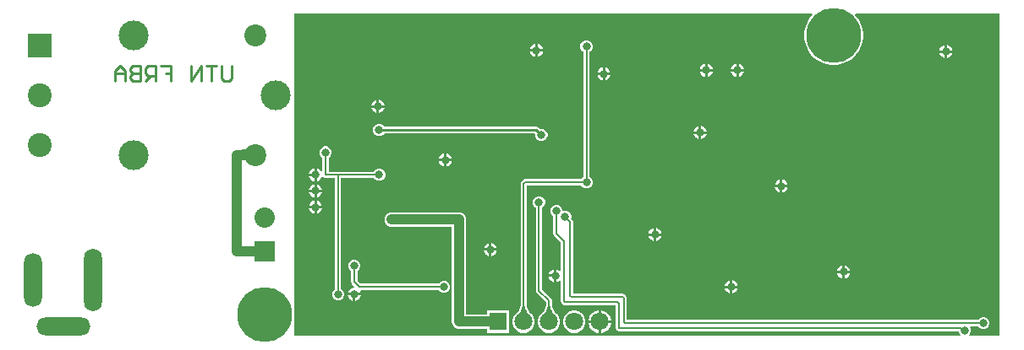
<source format=gbl>
G04*
G04 #@! TF.GenerationSoftware,Altium Limited,Altium Designer,22.8.2 (66)*
G04*
G04 Layer_Physical_Order=2*
G04 Layer_Color=16711680*
%FSLAX25Y25*%
%MOIN*%
G70*
G04*
G04 #@! TF.SameCoordinates,13EA9874-455B-4FA2-A727-6D6EF1C97DE0*
G04*
G04*
G04 #@! TF.FilePolarity,Positive*
G04*
G01*
G75*
%ADD10C,0.01000*%
%ADD63C,0.00800*%
%ADD64C,0.04000*%
%ADD65C,0.00900*%
%ADD71C,0.09449*%
%ADD72R,0.09449X0.09449*%
%ADD73C,0.11811*%
%ADD74C,0.08661*%
%ADD75C,0.08661*%
%ADD76R,0.08000X0.08000*%
%ADD77C,0.08000*%
%ADD78O,0.07087X0.24803*%
%ADD79O,0.07087X0.21260*%
%ADD80O,0.21260X0.07087*%
%ADD81C,0.07087*%
%ADD82R,0.07087X0.07087*%
%ADD83C,0.21654*%
%ADD84C,0.03200*%
G36*
X91076Y72736D02*
X91035Y72749D01*
X90926Y72760D01*
X90502Y72779D01*
X87598Y72803D01*
Y76803D01*
X91076Y76870D01*
Y72736D01*
D02*
G37*
G36*
X314447Y130102D02*
X313966Y129622D01*
X312891Y128141D01*
X312060Y126510D01*
X311494Y124770D01*
X311208Y122962D01*
Y121132D01*
X311494Y119325D01*
X312060Y117584D01*
X312891Y115954D01*
X313966Y114473D01*
X315260Y113179D01*
X316741Y112103D01*
X318372Y111272D01*
X320112Y110707D01*
X321920Y110421D01*
X323750D01*
X325557Y110707D01*
X327298Y111272D01*
X328928Y112103D01*
X330409Y113179D01*
X331703Y114473D01*
X332779Y115954D01*
X333610Y117584D01*
X334175Y119325D01*
X334461Y121132D01*
Y122962D01*
X334175Y124770D01*
X333610Y126510D01*
X332779Y128141D01*
X331703Y129622D01*
X331222Y130102D01*
X331414Y130564D01*
X388287D01*
Y3294D01*
X376490D01*
X376283Y3794D01*
X376542Y4054D01*
X376908Y4936D01*
Y5891D01*
X376596Y6643D01*
X376826Y7143D01*
X379799D01*
X379855Y7007D01*
X380530Y6331D01*
X381412Y5966D01*
X382367D01*
X383249Y6331D01*
X383924Y7007D01*
X384290Y7889D01*
Y8844D01*
X383924Y9726D01*
X383249Y10401D01*
X382367Y10766D01*
X381412D01*
X380530Y10401D01*
X379855Y9726D01*
X379799Y9590D01*
X241381D01*
Y18232D01*
X241288Y18700D01*
X241023Y19097D01*
X240554Y19566D01*
X240157Y19831D01*
X239689Y19924D01*
X220220D01*
Y48228D01*
X220126Y48697D01*
X219861Y49093D01*
X219371Y49584D01*
X219428Y49720D01*
Y50674D01*
X219062Y51556D01*
X218387Y52232D01*
X217505Y52597D01*
X216550D01*
X216398Y52534D01*
X215983Y52812D01*
Y53135D01*
X215617Y54017D01*
X214942Y54692D01*
X214060Y55058D01*
X213105D01*
X212223Y54692D01*
X211548Y54017D01*
X211183Y53135D01*
Y52180D01*
X211548Y51298D01*
X212223Y50623D01*
X212359Y50567D01*
Y43799D01*
X212452Y43331D01*
X212718Y42934D01*
X215312Y40340D01*
Y29230D01*
X214812Y29022D01*
X214687Y29147D01*
X214094Y29490D01*
X213591Y29625D01*
Y27067D01*
Y24509D01*
X214094Y24644D01*
X214687Y24986D01*
X214812Y25111D01*
X215312Y24904D01*
Y17040D01*
X215405Y16572D01*
X215670Y16175D01*
X216139Y15706D01*
X216536Y15441D01*
X217004Y15348D01*
X236965D01*
Y6398D01*
X237059Y5929D01*
X237324Y5533D01*
X237721Y5267D01*
X238189Y5174D01*
X372108D01*
Y4936D01*
X372473Y4054D01*
X372733Y3794D01*
X372526Y3294D01*
X110236Y3294D01*
Y130564D01*
X314256D01*
X314447Y130102D01*
D02*
G37*
%LPC*%
G36*
X206209Y118700D02*
Y116642D01*
X208266D01*
X208132Y117145D01*
X207789Y117738D01*
X207305Y118222D01*
X206712Y118565D01*
X206209Y118700D01*
D02*
G37*
G36*
X205209D02*
X204705Y118565D01*
X204112Y118222D01*
X203628Y117738D01*
X203286Y117145D01*
X203151Y116642D01*
X205209D01*
Y118700D01*
D02*
G37*
G36*
X367626Y118207D02*
Y116150D01*
X369684D01*
X369549Y116653D01*
X369207Y117246D01*
X368722Y117730D01*
X368129Y118072D01*
X367626Y118207D01*
D02*
G37*
G36*
X366626D02*
X366122Y118072D01*
X365529Y117730D01*
X365045Y117246D01*
X364703Y116653D01*
X364568Y116150D01*
X366626D01*
Y118207D01*
D02*
G37*
G36*
X208266Y115642D02*
X206209D01*
Y113584D01*
X206712Y113719D01*
X207305Y114061D01*
X207789Y114545D01*
X208132Y115138D01*
X208266Y115642D01*
D02*
G37*
G36*
X205209D02*
X203151D01*
X203286Y115138D01*
X203628Y114545D01*
X204112Y114061D01*
X204705Y113719D01*
X205209Y113584D01*
Y115642D01*
D02*
G37*
G36*
X369684Y115150D02*
X367626D01*
Y113092D01*
X368129Y113227D01*
X368722Y113569D01*
X369207Y114053D01*
X369549Y114646D01*
X369684Y115150D01*
D02*
G37*
G36*
X366626D02*
X364568D01*
X364703Y114646D01*
X365045Y114053D01*
X365529Y113569D01*
X366122Y113227D01*
X366626Y113092D01*
Y115150D01*
D02*
G37*
G36*
X285441Y110826D02*
Y108768D01*
X287499D01*
X287364Y109271D01*
X287021Y109864D01*
X286537Y110348D01*
X285945Y110690D01*
X285441Y110826D01*
D02*
G37*
G36*
X284441D02*
X283937Y110690D01*
X283345Y110348D01*
X282860Y109864D01*
X282518Y109271D01*
X282383Y108768D01*
X284441D01*
Y110826D01*
D02*
G37*
G36*
X273138D02*
Y108768D01*
X275196D01*
X275061Y109271D01*
X274718Y109864D01*
X274234Y110348D01*
X273641Y110690D01*
X273138Y110826D01*
D02*
G37*
G36*
X272138D02*
X271634Y110690D01*
X271041Y110348D01*
X270557Y109864D01*
X270215Y109271D01*
X270080Y108768D01*
X272138D01*
Y110826D01*
D02*
G37*
G36*
X232784Y109349D02*
Y107291D01*
X234841D01*
X234706Y107795D01*
X234364Y108388D01*
X233880Y108872D01*
X233287Y109214D01*
X232784Y109349D01*
D02*
G37*
G36*
X231784D02*
X231280Y109214D01*
X230687Y108872D01*
X230203Y108388D01*
X229861Y107795D01*
X229726Y107291D01*
X231784D01*
Y109349D01*
D02*
G37*
G36*
X287499Y107768D02*
X285441D01*
Y105710D01*
X285945Y105845D01*
X286537Y106187D01*
X287021Y106671D01*
X287364Y107264D01*
X287499Y107768D01*
D02*
G37*
G36*
X284441D02*
X282383D01*
X282518Y107264D01*
X282860Y106671D01*
X283345Y106187D01*
X283937Y105845D01*
X284441Y105710D01*
Y107768D01*
D02*
G37*
G36*
X275196D02*
X273138D01*
Y105710D01*
X273641Y105845D01*
X274234Y106187D01*
X274718Y106671D01*
X275061Y107264D01*
X275196Y107768D01*
D02*
G37*
G36*
X272138D02*
X270080D01*
X270215Y107264D01*
X270557Y106671D01*
X271041Y106187D01*
X271634Y105845D01*
X272138Y105710D01*
Y107768D01*
D02*
G37*
G36*
X234841Y106291D02*
X232784D01*
Y104234D01*
X233287Y104368D01*
X233880Y104711D01*
X234364Y105195D01*
X234706Y105788D01*
X234841Y106291D01*
D02*
G37*
G36*
X231784D02*
X229726D01*
X229861Y105788D01*
X230203Y105195D01*
X230687Y104711D01*
X231280Y104368D01*
X231784Y104234D01*
Y106291D01*
D02*
G37*
G36*
X143709Y96530D02*
Y94473D01*
X145766D01*
X145632Y94976D01*
X145289Y95569D01*
X144805Y96053D01*
X144212Y96395D01*
X143709Y96530D01*
D02*
G37*
G36*
X142709D02*
X142205Y96395D01*
X141612Y96053D01*
X141128Y95569D01*
X140786Y94976D01*
X140651Y94473D01*
X142709D01*
Y96530D01*
D02*
G37*
G36*
X145766Y93473D02*
X143709D01*
Y91415D01*
X144212Y91550D01*
X144805Y91892D01*
X145289Y92376D01*
X145632Y92969D01*
X145766Y93473D01*
D02*
G37*
G36*
X142709D02*
X140651D01*
X140786Y92969D01*
X141128Y92376D01*
X141612Y91892D01*
X142205Y91550D01*
X142709Y91415D01*
Y93473D01*
D02*
G37*
G36*
X270677Y86219D02*
Y84161D01*
X272735D01*
X272600Y84665D01*
X272258Y85258D01*
X271774Y85742D01*
X271181Y86084D01*
X270677Y86219D01*
D02*
G37*
G36*
X269677D02*
X269174Y86084D01*
X268581Y85742D01*
X268097Y85258D01*
X267754Y84665D01*
X267619Y84161D01*
X269677D01*
Y86219D01*
D02*
G37*
G36*
X272735Y83161D02*
X270677D01*
Y81104D01*
X271181Y81239D01*
X271774Y81581D01*
X272258Y82065D01*
X272600Y82658D01*
X272735Y83161D01*
D02*
G37*
G36*
X269677D02*
X267619D01*
X267754Y82658D01*
X268097Y82065D01*
X268581Y81581D01*
X269174Y81239D01*
X269677Y81104D01*
Y83161D01*
D02*
G37*
G36*
X144178Y87046D02*
X143223D01*
X142341Y86680D01*
X141666Y86005D01*
X141301Y85123D01*
Y84168D01*
X141666Y83286D01*
X142341Y82611D01*
X143223Y82246D01*
X144178D01*
X145060Y82611D01*
X145735Y83286D01*
X145771Y83371D01*
X204826D01*
X205277Y83154D01*
Y82200D01*
X205643Y81318D01*
X206318Y80643D01*
X207200Y80277D01*
X208155D01*
X209037Y80643D01*
X209712Y81318D01*
X210077Y82200D01*
Y83155D01*
X209712Y84037D01*
X209037Y84712D01*
X208155Y85077D01*
X207200D01*
X207115Y85042D01*
X206610Y85547D01*
X206196Y85823D01*
X205709Y85920D01*
X145771D01*
X145735Y86005D01*
X145060Y86680D01*
X144178Y87046D01*
D02*
G37*
G36*
X170283Y75392D02*
Y73335D01*
X172341D01*
X172206Y73838D01*
X171864Y74431D01*
X171380Y74915D01*
X170787Y75257D01*
X170283Y75392D01*
D02*
G37*
G36*
X169283D02*
X168780Y75257D01*
X168187Y74915D01*
X167703Y74431D01*
X167361Y73838D01*
X167226Y73335D01*
X169283D01*
Y75392D01*
D02*
G37*
G36*
X172341Y72335D02*
X170283D01*
Y70277D01*
X170787Y70412D01*
X171380Y70754D01*
X171864Y71238D01*
X172206Y71831D01*
X172341Y72335D01*
D02*
G37*
G36*
X169283D02*
X167226D01*
X167361Y71831D01*
X167703Y71238D01*
X168187Y70754D01*
X168780Y70412D01*
X169283Y70277D01*
Y72335D01*
D02*
G37*
G36*
X123017Y78187D02*
X122062D01*
X121180Y77822D01*
X120505Y77147D01*
X120139Y76265D01*
Y75310D01*
X120505Y74428D01*
X121180Y73753D01*
X121316Y73697D01*
Y68429D01*
X120816Y68295D01*
X120683Y68526D01*
X120199Y69010D01*
X119606Y69352D01*
X119102Y69487D01*
Y66929D01*
Y64371D01*
X119606Y64506D01*
X120199Y64849D01*
X120683Y65333D01*
X121025Y65926D01*
X121065Y66075D01*
X121607Y66165D01*
X121674Y66064D01*
X122071Y65799D01*
X122539Y65706D01*
X126237D01*
Y21776D01*
X126101Y21720D01*
X125426Y21045D01*
X125061Y20162D01*
Y19208D01*
X125426Y18326D01*
X126101Y17650D01*
X126983Y17285D01*
X127938D01*
X128820Y17650D01*
X129495Y18326D01*
X129861Y19208D01*
Y20162D01*
X129495Y21045D01*
X128820Y21720D01*
X128684Y21776D01*
Y65706D01*
X141610D01*
X141666Y65570D01*
X142341Y64894D01*
X143223Y64529D01*
X144178D01*
X145060Y64894D01*
X145735Y65570D01*
X146101Y66452D01*
Y67406D01*
X145735Y68289D01*
X145060Y68964D01*
X144178Y69329D01*
X143223D01*
X142341Y68964D01*
X141666Y68289D01*
X141610Y68153D01*
X123763D01*
Y73697D01*
X123899Y73753D01*
X124574Y74428D01*
X124939Y75310D01*
Y76265D01*
X124574Y77147D01*
X123899Y77822D01*
X123017Y78187D01*
D02*
G37*
G36*
X118102Y69487D02*
X117599Y69352D01*
X117006Y69010D01*
X116522Y68526D01*
X116180Y67933D01*
X116045Y67429D01*
X118102D01*
Y69487D01*
D02*
G37*
G36*
Y66429D02*
X116045D01*
X116180Y65926D01*
X116522Y65333D01*
X117006Y64849D01*
X117599Y64506D01*
X118102Y64371D01*
Y66429D01*
D02*
G37*
G36*
X302665Y65058D02*
Y63000D01*
X304723D01*
X304588Y63504D01*
X304246Y64096D01*
X303762Y64581D01*
X303169Y64923D01*
X302665Y65058D01*
D02*
G37*
G36*
X301665D02*
X301162Y64923D01*
X300569Y64581D01*
X300085Y64096D01*
X299743Y63504D01*
X299608Y63000D01*
X301665D01*
Y65058D01*
D02*
G37*
G36*
X225871Y120018D02*
X224916D01*
X224034Y119653D01*
X223359Y118978D01*
X222994Y118096D01*
Y117141D01*
X223359Y116259D01*
X224034Y115584D01*
X224170Y115527D01*
Y66067D01*
X224034Y66011D01*
X223359Y65336D01*
X223303Y65200D01*
X201099D01*
X200630Y65107D01*
X200233Y64842D01*
X199765Y64373D01*
X199499Y63976D01*
X199406Y63508D01*
Y15753D01*
X199396Y15497D01*
X199342Y15082D01*
X199253Y14675D01*
X199129Y14276D01*
X198968Y13882D01*
X198769Y13492D01*
X198532Y13107D01*
X198255Y12725D01*
X197937Y12346D01*
X197561Y11953D01*
X197523Y11893D01*
X197154Y11525D01*
X196583Y10535D01*
X196287Y9430D01*
Y8286D01*
X196583Y7182D01*
X197154Y6191D01*
X197963Y5383D01*
X198953Y4811D01*
X200058Y4515D01*
X201202D01*
X202306Y4811D01*
X203297Y5383D01*
X204105Y6191D01*
X204677Y7182D01*
X204973Y8286D01*
Y9430D01*
X204677Y10535D01*
X204105Y11525D01*
X203737Y11893D01*
X203699Y11953D01*
X203323Y12346D01*
X203005Y12725D01*
X202728Y13107D01*
X202491Y13492D01*
X202292Y13882D01*
X202131Y14276D01*
X202006Y14675D01*
X201918Y15082D01*
X201864Y15497D01*
X201853Y15753D01*
Y62753D01*
X223303D01*
X223359Y62617D01*
X224034Y61942D01*
X224916Y61576D01*
X225871D01*
X226753Y61942D01*
X227428Y62617D01*
X227794Y63499D01*
Y64454D01*
X227428Y65336D01*
X226753Y66011D01*
X226617Y66067D01*
Y115527D01*
X226753Y115584D01*
X227428Y116259D01*
X227794Y117141D01*
Y118096D01*
X227428Y118978D01*
X226753Y119653D01*
X225871Y120018D01*
D02*
G37*
G36*
X119102Y63089D02*
Y61032D01*
X121160D01*
X121025Y61535D01*
X120683Y62128D01*
X120199Y62612D01*
X119606Y62954D01*
X119102Y63089D01*
D02*
G37*
G36*
X118102D02*
X117599Y62954D01*
X117006Y62612D01*
X116522Y62128D01*
X116180Y61535D01*
X116045Y61032D01*
X118102D01*
Y63089D01*
D02*
G37*
G36*
X304723Y62000D02*
X302665D01*
Y59942D01*
X303169Y60077D01*
X303762Y60419D01*
X304246Y60904D01*
X304588Y61496D01*
X304723Y62000D01*
D02*
G37*
G36*
X301665D02*
X299608D01*
X299743Y61496D01*
X300085Y60904D01*
X300569Y60419D01*
X301162Y60077D01*
X301665Y59942D01*
Y62000D01*
D02*
G37*
G36*
X121160Y60031D02*
X119102D01*
Y57974D01*
X119606Y58109D01*
X120199Y58451D01*
X120683Y58935D01*
X121025Y59528D01*
X121160Y60031D01*
D02*
G37*
G36*
X118102D02*
X116045D01*
X116180Y59528D01*
X116522Y58935D01*
X117006Y58451D01*
X117599Y58109D01*
X118102Y57974D01*
Y60031D01*
D02*
G37*
G36*
X119102Y56692D02*
Y54634D01*
X121160D01*
X121025Y55137D01*
X120683Y55730D01*
X120199Y56214D01*
X119606Y56557D01*
X119102Y56692D01*
D02*
G37*
G36*
X118102D02*
X117599Y56557D01*
X117006Y56214D01*
X116522Y55730D01*
X116180Y55137D01*
X116045Y54634D01*
X118102D01*
Y56692D01*
D02*
G37*
G36*
X121160Y53634D02*
X119102D01*
Y51576D01*
X119606Y51711D01*
X120199Y52053D01*
X120683Y52537D01*
X121025Y53130D01*
X121160Y53634D01*
D02*
G37*
G36*
X118102D02*
X116045D01*
X116180Y53130D01*
X116522Y52537D01*
X117006Y52053D01*
X117599Y51711D01*
X118102Y51576D01*
Y53634D01*
D02*
G37*
G36*
X252961Y45865D02*
Y43807D01*
X255018D01*
X254883Y44311D01*
X254541Y44903D01*
X254057Y45388D01*
X253464Y45730D01*
X252961Y45865D01*
D02*
G37*
G36*
X251961D02*
X251457Y45730D01*
X250864Y45388D01*
X250380Y44903D01*
X250038Y44311D01*
X249903Y43807D01*
X251961D01*
Y45865D01*
D02*
G37*
G36*
X255018Y42807D02*
X252961D01*
Y40749D01*
X253464Y40884D01*
X254057Y41227D01*
X254541Y41711D01*
X254883Y42303D01*
X255018Y42807D01*
D02*
G37*
G36*
X251961D02*
X249903D01*
X250038Y42303D01*
X250380Y41711D01*
X250864Y41227D01*
X251457Y40884D01*
X251961Y40749D01*
Y42807D01*
D02*
G37*
G36*
X188000Y39959D02*
Y37902D01*
X190058D01*
X189923Y38405D01*
X189581Y38998D01*
X189096Y39482D01*
X188504Y39824D01*
X188000Y39959D01*
D02*
G37*
G36*
X187000D02*
X186496Y39824D01*
X185904Y39482D01*
X185419Y38998D01*
X185077Y38405D01*
X184942Y37902D01*
X187000D01*
Y39959D01*
D02*
G37*
G36*
X190058Y36902D02*
X188000D01*
Y34844D01*
X188504Y34979D01*
X189096Y35321D01*
X189581Y35805D01*
X189923Y36398D01*
X190058Y36902D01*
D02*
G37*
G36*
X187000D02*
X184942D01*
X185077Y36398D01*
X185419Y35805D01*
X185904Y35321D01*
X186496Y34979D01*
X187000Y34844D01*
Y36902D01*
D02*
G37*
G36*
X327272Y31101D02*
Y29043D01*
X329329D01*
X329194Y29547D01*
X328852Y30140D01*
X328368Y30624D01*
X327775Y30966D01*
X327272Y31101D01*
D02*
G37*
G36*
X326272D02*
X325768Y30966D01*
X325175Y30624D01*
X324691Y30140D01*
X324349Y29547D01*
X324214Y29043D01*
X326272D01*
Y31101D01*
D02*
G37*
G36*
X212591Y29625D02*
X212087Y29490D01*
X211494Y29147D01*
X211010Y28663D01*
X210668Y28071D01*
X210533Y27567D01*
X212591D01*
Y29625D01*
D02*
G37*
G36*
X329329Y28043D02*
X327272D01*
Y25986D01*
X327775Y26120D01*
X328368Y26463D01*
X328852Y26947D01*
X329194Y27540D01*
X329329Y28043D01*
D02*
G37*
G36*
X326272D02*
X324214D01*
X324349Y27540D01*
X324691Y26947D01*
X325175Y26463D01*
X325768Y26120D01*
X326272Y25986D01*
Y28043D01*
D02*
G37*
G36*
X212591Y26567D02*
X210533D01*
X210668Y26063D01*
X211010Y25471D01*
X211494Y24986D01*
X212087Y24644D01*
X212591Y24509D01*
Y26567D01*
D02*
G37*
G36*
X282980Y25196D02*
Y23138D01*
X285038D01*
X284903Y23641D01*
X284561Y24234D01*
X284077Y24718D01*
X283484Y25061D01*
X282980Y25196D01*
D02*
G37*
G36*
X281980D02*
X281477Y25061D01*
X280884Y24718D01*
X280400Y24234D01*
X280058Y23641D01*
X279923Y23138D01*
X281980D01*
Y25196D01*
D02*
G37*
G36*
X134336Y33404D02*
X133381D01*
X132499Y33038D01*
X131824Y32363D01*
X131458Y31481D01*
Y30527D01*
X131824Y29644D01*
X132499Y28969D01*
X132635Y28913D01*
Y24606D01*
X132728Y24138D01*
X132993Y23741D01*
X133949Y22785D01*
X133742Y22285D01*
X133516D01*
X132855Y22108D01*
X132262Y21766D01*
X131778Y21282D01*
X131435Y20689D01*
X131300Y20185D01*
X136416D01*
X136281Y20689D01*
X136151Y20914D01*
X136440Y21414D01*
X167200D01*
X167257Y21278D01*
X167932Y20603D01*
X168814Y20238D01*
X169769D01*
X170651Y20603D01*
X171326Y21278D01*
X171691Y22160D01*
Y23115D01*
X171326Y23997D01*
X170651Y24672D01*
X169769Y25038D01*
X168814D01*
X167932Y24672D01*
X167257Y23997D01*
X167200Y23861D01*
X136334D01*
X135082Y25113D01*
Y28913D01*
X135218Y28969D01*
X135893Y29644D01*
X136258Y30527D01*
Y31481D01*
X135893Y32363D01*
X135218Y33038D01*
X134336Y33404D01*
D02*
G37*
G36*
X285038Y22138D02*
X282980D01*
Y20080D01*
X283484Y20215D01*
X284077Y20557D01*
X284561Y21041D01*
X284903Y21634D01*
X285038Y22138D01*
D02*
G37*
G36*
X281980D02*
X279923D01*
X280058Y21634D01*
X280400Y21041D01*
X280884Y20557D01*
X281477Y20215D01*
X281980Y20080D01*
Y22138D01*
D02*
G37*
G36*
X136416Y19185D02*
X134358D01*
Y17127D01*
X134862Y17262D01*
X135455Y17605D01*
X135939Y18089D01*
X136281Y18681D01*
X136416Y19185D01*
D02*
G37*
G36*
X133358D02*
X131300D01*
X131435Y18681D01*
X131778Y18089D01*
X132262Y17605D01*
X132855Y17262D01*
X133358Y17127D01*
Y19185D01*
D02*
G37*
G36*
X231228Y13402D02*
X231130D01*
Y9358D01*
X235173D01*
Y9456D01*
X234864Y10612D01*
X234265Y11648D01*
X233420Y12494D01*
X232384Y13092D01*
X231228Y13402D01*
D02*
G37*
G36*
X230130D02*
X230032D01*
X228876Y13092D01*
X227840Y12494D01*
X226994Y11648D01*
X226396Y10612D01*
X226087Y9456D01*
Y9358D01*
X230130D01*
Y13402D01*
D02*
G37*
G36*
X221202Y13202D02*
X220058D01*
X218953Y12906D01*
X217963Y12334D01*
X217154Y11525D01*
X216583Y10535D01*
X216287Y9430D01*
Y8286D01*
X216583Y7182D01*
X217154Y6191D01*
X217963Y5383D01*
X218953Y4811D01*
X220058Y4515D01*
X221202D01*
X222306Y4811D01*
X223297Y5383D01*
X224105Y6191D01*
X224677Y7182D01*
X224973Y8286D01*
Y9430D01*
X224677Y10535D01*
X224105Y11525D01*
X223297Y12334D01*
X222306Y12906D01*
X221202Y13202D01*
D02*
G37*
G36*
X207170Y58502D02*
X206216D01*
X205333Y58137D01*
X204658Y57462D01*
X204293Y56580D01*
Y55625D01*
X204658Y54743D01*
X205333Y54068D01*
X205469Y54011D01*
Y21161D01*
X205562Y20693D01*
X205828Y20296D01*
X209406Y16718D01*
Y15753D01*
X209396Y15497D01*
X209342Y15082D01*
X209253Y14675D01*
X209129Y14276D01*
X208968Y13882D01*
X208769Y13492D01*
X208532Y13107D01*
X208255Y12725D01*
X207937Y12346D01*
X207561Y11953D01*
X207523Y11893D01*
X207154Y11525D01*
X206583Y10535D01*
X206287Y9430D01*
Y8286D01*
X206583Y7182D01*
X207154Y6191D01*
X207963Y5383D01*
X208953Y4811D01*
X210058Y4515D01*
X211202D01*
X212306Y4811D01*
X213297Y5383D01*
X214105Y6191D01*
X214677Y7182D01*
X214973Y8286D01*
Y9430D01*
X214677Y10535D01*
X214105Y11525D01*
X213737Y11893D01*
X213699Y11953D01*
X213322Y12346D01*
X213005Y12725D01*
X212728Y13107D01*
X212491Y13492D01*
X212292Y13882D01*
X212131Y14276D01*
X212006Y14675D01*
X211918Y15082D01*
X211864Y15497D01*
X211853Y15753D01*
Y17224D01*
X211760Y17693D01*
X211495Y18090D01*
X207916Y21668D01*
Y54011D01*
X208052Y54068D01*
X208728Y54743D01*
X209093Y55625D01*
Y56580D01*
X208728Y57462D01*
X208052Y58137D01*
X207170Y58502D01*
D02*
G37*
G36*
X175197Y52037D02*
X148622D01*
X147891Y51941D01*
X147210Y51658D01*
X146625Y51210D01*
X146176Y50625D01*
X145894Y49944D01*
X145798Y49213D01*
X145894Y48482D01*
X146176Y47800D01*
X146625Y47216D01*
X147210Y46767D01*
X147891Y46485D01*
X148622Y46388D01*
X172373D01*
Y8858D01*
X172469Y8127D01*
X172751Y7446D01*
X173200Y6861D01*
X173785Y6413D01*
X174466Y6130D01*
X175197Y6034D01*
X186287D01*
Y4515D01*
X194973D01*
Y13202D01*
X186287D01*
Y11682D01*
X178021D01*
Y49213D01*
X177925Y49944D01*
X177643Y50625D01*
X177194Y51210D01*
X176609Y51658D01*
X175928Y51941D01*
X175197Y52037D01*
D02*
G37*
G36*
X235173Y8358D02*
X231130D01*
Y4315D01*
X231228D01*
X232384Y4625D01*
X233420Y5223D01*
X234265Y6069D01*
X234864Y7105D01*
X235173Y8260D01*
Y8358D01*
D02*
G37*
G36*
X230130D02*
X226087D01*
Y8260D01*
X226396Y7105D01*
X226994Y6069D01*
X227840Y5223D01*
X228876Y4625D01*
X230032Y4315D01*
X230130D01*
Y8358D01*
D02*
G37*
%LPD*%
G36*
X201051Y15428D02*
X201113Y14943D01*
X201217Y14467D01*
X201363Y13999D01*
X201550Y13542D01*
X201779Y13093D01*
X202049Y12653D01*
X202361Y12223D01*
X202715Y11801D01*
X203110Y11389D01*
X198150D01*
X198545Y11801D01*
X198898Y12223D01*
X199211Y12653D01*
X199481Y13093D01*
X199710Y13542D01*
X199897Y13999D01*
X200043Y14467D01*
X200147Y14943D01*
X200209Y15428D01*
X200230Y15922D01*
X201030D01*
X201051Y15428D01*
D02*
G37*
G36*
X211051D02*
X211113Y14943D01*
X211217Y14467D01*
X211363Y13999D01*
X211550Y13542D01*
X211779Y13093D01*
X212049Y12653D01*
X212361Y12223D01*
X212715Y11801D01*
X213110Y11389D01*
X208150D01*
X208545Y11801D01*
X208898Y12223D01*
X209211Y12653D01*
X209481Y13093D01*
X209710Y13542D01*
X209897Y13999D01*
X210043Y14467D01*
X210147Y14943D01*
X210209Y15428D01*
X210230Y15922D01*
X211030D01*
X211051Y15428D01*
D02*
G37*
G54D10*
X85614Y109852D02*
Y104854D01*
X84614Y103854D01*
X82615D01*
X81616Y104854D01*
Y109852D01*
X79616D02*
X75617D01*
X77617D01*
Y103854D01*
X73618D02*
Y109852D01*
X69619Y103854D01*
Y109852D01*
X57623D02*
X61622D01*
Y106853D01*
X59623D01*
X61622D01*
Y103854D01*
X55624D02*
Y109852D01*
X52625D01*
X51625Y108853D01*
Y106853D01*
X52625Y105854D01*
X55624D01*
X53624D02*
X51625Y103854D01*
X49626Y109852D02*
Y103854D01*
X46627D01*
X45627Y104854D01*
Y105854D01*
X46627Y106853D01*
X49626D01*
X46627D01*
X45627Y107853D01*
Y108853D01*
X46627Y109852D01*
X49626D01*
X43628Y103854D02*
Y107853D01*
X41628Y109852D01*
X39629Y107853D01*
Y103854D01*
Y106853D01*
X43628D01*
G54D63*
X200630Y8858D02*
Y63508D01*
X135827Y22638D02*
X169291D01*
X133858Y24606D02*
X135827Y22638D01*
X238189Y6398D02*
X372874D01*
X373858Y5413D02*
X374508D01*
X372874Y6398D02*
X373858Y5413D01*
X240626Y8366D02*
X381890D01*
X240158Y8835D02*
X240626Y8366D01*
X240158Y8835D02*
Y18232D01*
X133858Y24606D02*
Y31004D01*
X213583Y43799D02*
X216535Y40846D01*
Y17040D02*
X217004Y16571D01*
X216535Y17040D02*
Y40846D01*
X217004Y16571D02*
X237720D01*
X217028Y50197D02*
X218996Y48228D01*
Y19169D02*
Y48228D01*
X219465Y18701D02*
X239689D01*
X218996Y19169D02*
X219465Y18701D01*
X206693Y21161D02*
Y56102D01*
X213583Y43799D02*
Y52658D01*
X206693Y21161D02*
X210630Y17224D01*
Y8858D02*
Y17224D01*
X225394Y63976D02*
Y117618D01*
X200630Y63508D02*
X201099Y63976D01*
X225394D01*
X127461Y66929D02*
X143701D01*
X122539D02*
X127461D01*
X122539D02*
Y75787D01*
X239689Y18701D02*
X240158Y18232D01*
X238189Y6398D02*
Y16103D01*
X237720Y16571D02*
X238189Y16103D01*
X127461Y19685D02*
Y66929D01*
G54D64*
X148622Y49213D02*
X175197D01*
Y8858D02*
Y49213D01*
Y8858D02*
X190630D01*
X87598Y74803D02*
X94882D01*
X87598Y36557D02*
Y74803D01*
Y36557D02*
X98425D01*
G54D65*
X205709Y84646D02*
X207677Y82677D01*
X143701Y84646D02*
X205709D01*
G54D71*
X9843Y78740D02*
D03*
Y98425D02*
D03*
G54D72*
Y118110D02*
D03*
G54D73*
X102756Y98425D02*
D03*
X46850Y122047D02*
D03*
Y74803D02*
D03*
G54D74*
X94882Y122047D02*
D03*
G54D75*
Y74803D02*
D03*
G54D76*
X98425Y36557D02*
D03*
G54D77*
Y50057D02*
D03*
G54D78*
X31004Y25394D02*
D03*
G54D79*
X7382D02*
D03*
G54D80*
X19193Y6890D02*
D03*
G54D81*
X200630Y8858D02*
D03*
X210630D02*
D03*
X220630D02*
D03*
X230630D02*
D03*
G54D82*
X190630D02*
D03*
G54D83*
X322835Y122047D02*
D03*
X98425Y11811D02*
D03*
G54D84*
X118602Y60532D02*
D03*
Y54134D02*
D03*
X302165Y62500D02*
D03*
X232283Y106791D02*
D03*
X213090Y27067D02*
D03*
X133858Y19685D02*
D03*
X374508Y5413D02*
D03*
X367126Y115650D02*
D03*
X270177Y83661D02*
D03*
X169291Y22638D02*
D03*
X148622Y49213D02*
D03*
X205709Y116142D02*
D03*
X252461Y43307D02*
D03*
X206693Y56102D02*
D03*
X225394Y117618D02*
D03*
Y63976D02*
D03*
X187500Y37402D02*
D03*
X284941Y108268D02*
D03*
X272638D02*
D03*
X169783Y72835D02*
D03*
X213583Y52658D02*
D03*
X326772Y28543D02*
D03*
X143209Y93973D02*
D03*
X217028Y50197D02*
D03*
X143701Y84646D02*
D03*
Y66929D02*
D03*
X118602D02*
D03*
X122539Y75787D02*
D03*
X381890Y8366D02*
D03*
X207677Y82677D02*
D03*
X127461Y19685D02*
D03*
X133858Y31004D02*
D03*
X282480Y22638D02*
D03*
M02*

</source>
